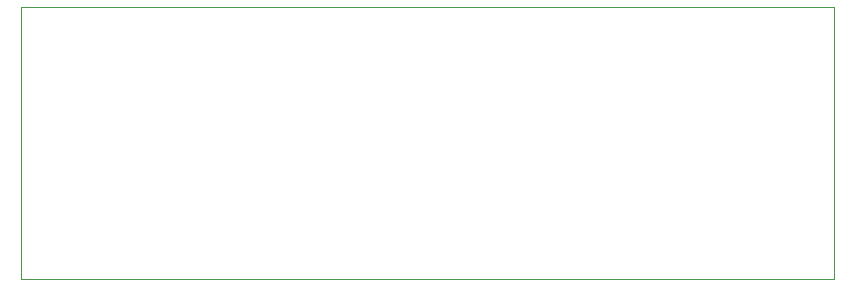
<source format=gbr>
G04 #@! TF.GenerationSoftware,KiCad,Pcbnew,(5.1.4)-1*
G04 #@! TF.CreationDate,2020-09-16T20:01:53+02:00*
G04 #@! TF.ProjectId,RPM,52504d2e-6b69-4636-9164-5f7063625858,rev?*
G04 #@! TF.SameCoordinates,Original*
G04 #@! TF.FileFunction,Profile,NP*
%FSLAX46Y46*%
G04 Gerber Fmt 4.6, Leading zero omitted, Abs format (unit mm)*
G04 Created by KiCad (PCBNEW (5.1.4)-1) date 2020-09-16 20:01:53*
%MOMM*%
%LPD*%
G04 APERTURE LIST*
%ADD10C,0.050000*%
G04 APERTURE END LIST*
D10*
X179875000Y-115750000D02*
X179875000Y-92750000D01*
X197750000Y-92750000D02*
X179875000Y-92750000D01*
X179875000Y-115750000D02*
X197750000Y-115750000D01*
X248750000Y-115750000D02*
X197750000Y-115750000D01*
X248750000Y-92750000D02*
X248750000Y-115750000D01*
X197750000Y-92750000D02*
X248750000Y-92750000D01*
M02*

</source>
